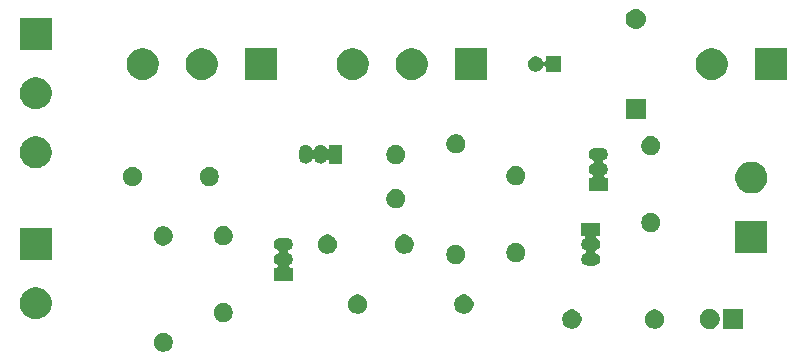
<source format=gbs>
G04 #@! TF.GenerationSoftware,KiCad,Pcbnew,(5.1.0-0)*
G04 #@! TF.CreationDate,2019-04-22T20:51:24-05:00*
G04 #@! TF.ProjectId,Brucester,42727563-6573-4746-9572-2e6b69636164,rev?*
G04 #@! TF.SameCoordinates,Original*
G04 #@! TF.FileFunction,Soldermask,Bot*
G04 #@! TF.FilePolarity,Negative*
%FSLAX46Y46*%
G04 Gerber Fmt 4.6, Leading zero omitted, Abs format (unit mm)*
G04 Created by KiCad (PCBNEW (5.1.0-0)) date 2019-04-22 20:51:24*
%MOMM*%
%LPD*%
G04 APERTURE LIST*
%ADD10C,0.100000*%
G04 APERTURE END LIST*
D10*
G36*
X146287085Y-105953435D02*
G01*
X146435004Y-106014705D01*
X146435005Y-106014706D01*
X146568130Y-106103657D01*
X146681343Y-106216870D01*
X146681344Y-106216872D01*
X146770295Y-106349996D01*
X146831565Y-106497915D01*
X146862800Y-106654945D01*
X146862800Y-106815055D01*
X146831565Y-106972085D01*
X146770295Y-107120004D01*
X146770294Y-107120005D01*
X146681343Y-107253130D01*
X146568130Y-107366343D01*
X146501115Y-107411121D01*
X146435004Y-107455295D01*
X146287085Y-107516565D01*
X146130055Y-107547800D01*
X145969945Y-107547800D01*
X145812915Y-107516565D01*
X145664996Y-107455295D01*
X145598885Y-107411121D01*
X145531870Y-107366343D01*
X145418657Y-107253130D01*
X145329706Y-107120005D01*
X145329705Y-107120004D01*
X145268435Y-106972085D01*
X145237200Y-106815055D01*
X145237200Y-106654945D01*
X145268435Y-106497915D01*
X145329705Y-106349996D01*
X145418656Y-106216872D01*
X145418657Y-106216870D01*
X145531870Y-106103657D01*
X145664995Y-106014706D01*
X145664996Y-106014705D01*
X145812915Y-105953435D01*
X145969945Y-105922200D01*
X146130055Y-105922200D01*
X146287085Y-105953435D01*
X146287085Y-105953435D01*
G37*
G36*
X195160800Y-105625800D02*
G01*
X193459200Y-105625800D01*
X193459200Y-103924200D01*
X195160800Y-103924200D01*
X195160800Y-105625800D01*
X195160800Y-105625800D01*
G37*
G36*
X192558169Y-103956895D02*
G01*
X192713005Y-104021031D01*
X192852354Y-104114140D01*
X192970860Y-104232646D01*
X193063969Y-104371995D01*
X193128105Y-104526831D01*
X193160800Y-104691203D01*
X193160800Y-104858797D01*
X193128105Y-105023169D01*
X193063969Y-105178005D01*
X192970860Y-105317354D01*
X192852354Y-105435860D01*
X192713005Y-105528969D01*
X192558169Y-105593105D01*
X192393797Y-105625800D01*
X192226203Y-105625800D01*
X192061831Y-105593105D01*
X191906995Y-105528969D01*
X191767646Y-105435860D01*
X191649140Y-105317354D01*
X191556031Y-105178005D01*
X191491895Y-105023169D01*
X191459200Y-104858797D01*
X191459200Y-104691203D01*
X191491895Y-104526831D01*
X191556031Y-104371995D01*
X191649140Y-104232646D01*
X191767646Y-104114140D01*
X191906995Y-104021031D01*
X192061831Y-103956895D01*
X192226203Y-103924200D01*
X192393797Y-103924200D01*
X192558169Y-103956895D01*
X192558169Y-103956895D01*
G37*
G36*
X187887085Y-103993435D02*
G01*
X188035004Y-104054705D01*
X188035005Y-104054706D01*
X188168130Y-104143657D01*
X188281343Y-104256870D01*
X188306857Y-104295054D01*
X188370295Y-104389996D01*
X188431565Y-104537915D01*
X188462800Y-104694945D01*
X188462800Y-104855055D01*
X188431565Y-105012085D01*
X188370295Y-105160004D01*
X188370294Y-105160005D01*
X188281343Y-105293130D01*
X188168130Y-105406343D01*
X188101115Y-105451121D01*
X188035004Y-105495295D01*
X187887085Y-105556565D01*
X187730055Y-105587800D01*
X187569945Y-105587800D01*
X187412915Y-105556565D01*
X187264996Y-105495295D01*
X187198885Y-105451121D01*
X187131870Y-105406343D01*
X187018657Y-105293130D01*
X186929706Y-105160005D01*
X186929705Y-105160004D01*
X186868435Y-105012085D01*
X186837200Y-104855055D01*
X186837200Y-104694945D01*
X186868435Y-104537915D01*
X186929705Y-104389996D01*
X186993143Y-104295054D01*
X187018657Y-104256870D01*
X187131870Y-104143657D01*
X187264995Y-104054706D01*
X187264996Y-104054705D01*
X187412915Y-103993435D01*
X187569945Y-103962200D01*
X187730055Y-103962200D01*
X187887085Y-103993435D01*
X187887085Y-103993435D01*
G37*
G36*
X180887085Y-103993435D02*
G01*
X181035004Y-104054705D01*
X181035005Y-104054706D01*
X181168130Y-104143657D01*
X181281343Y-104256870D01*
X181306857Y-104295054D01*
X181370295Y-104389996D01*
X181431565Y-104537915D01*
X181462800Y-104694945D01*
X181462800Y-104855055D01*
X181431565Y-105012085D01*
X181370295Y-105160004D01*
X181370294Y-105160005D01*
X181281343Y-105293130D01*
X181168130Y-105406343D01*
X181101115Y-105451121D01*
X181035004Y-105495295D01*
X180887085Y-105556565D01*
X180730055Y-105587800D01*
X180569945Y-105587800D01*
X180412915Y-105556565D01*
X180264996Y-105495295D01*
X180198885Y-105451121D01*
X180131870Y-105406343D01*
X180018657Y-105293130D01*
X179929706Y-105160005D01*
X179929705Y-105160004D01*
X179868435Y-105012085D01*
X179837200Y-104855055D01*
X179837200Y-104694945D01*
X179868435Y-104537915D01*
X179929705Y-104389996D01*
X179993143Y-104295054D01*
X180018657Y-104256870D01*
X180131870Y-104143657D01*
X180264995Y-104054706D01*
X180264996Y-104054705D01*
X180412915Y-103993435D01*
X180569945Y-103962200D01*
X180730055Y-103962200D01*
X180887085Y-103993435D01*
X180887085Y-103993435D01*
G37*
G36*
X151367085Y-103433435D02*
G01*
X151515004Y-103494705D01*
X151515005Y-103494706D01*
X151648130Y-103583657D01*
X151761343Y-103696870D01*
X151806121Y-103763885D01*
X151850295Y-103829996D01*
X151911565Y-103977915D01*
X151942800Y-104134945D01*
X151942800Y-104295055D01*
X151911565Y-104452085D01*
X151850295Y-104600004D01*
X151835555Y-104622064D01*
X151761343Y-104733130D01*
X151648130Y-104846343D01*
X151629491Y-104858797D01*
X151515004Y-104935295D01*
X151367085Y-104996565D01*
X151210055Y-105027800D01*
X151049945Y-105027800D01*
X150892915Y-104996565D01*
X150744996Y-104935295D01*
X150630509Y-104858797D01*
X150611870Y-104846343D01*
X150498657Y-104733130D01*
X150424445Y-104622064D01*
X150409705Y-104600004D01*
X150348435Y-104452085D01*
X150317200Y-104295055D01*
X150317200Y-104134945D01*
X150348435Y-103977915D01*
X150409705Y-103829996D01*
X150453879Y-103763885D01*
X150498657Y-103696870D01*
X150611870Y-103583657D01*
X150744995Y-103494706D01*
X150744996Y-103494705D01*
X150892915Y-103433435D01*
X151049945Y-103402200D01*
X151210055Y-103402200D01*
X151367085Y-103433435D01*
X151367085Y-103433435D01*
G37*
G36*
X135562023Y-102108807D02*
G01*
X135649014Y-102126110D01*
X135894844Y-102227937D01*
X136116085Y-102375765D01*
X136304235Y-102563915D01*
X136452063Y-102785156D01*
X136553890Y-103030986D01*
X136605800Y-103291958D01*
X136605800Y-103558042D01*
X136553890Y-103819014D01*
X136524484Y-103890005D01*
X136469343Y-104023128D01*
X136452063Y-104064844D01*
X136304235Y-104286085D01*
X136116085Y-104474235D01*
X135894844Y-104622063D01*
X135649014Y-104723890D01*
X135562023Y-104741193D01*
X135388044Y-104775800D01*
X135121956Y-104775800D01*
X134947977Y-104741193D01*
X134860986Y-104723890D01*
X134615156Y-104622063D01*
X134393915Y-104474235D01*
X134205765Y-104286085D01*
X134057937Y-104064844D01*
X134040658Y-104023128D01*
X133985516Y-103890005D01*
X133956110Y-103819014D01*
X133904200Y-103558042D01*
X133904200Y-103291958D01*
X133956110Y-103030986D01*
X134057937Y-102785156D01*
X134205765Y-102563915D01*
X134393915Y-102375765D01*
X134615156Y-102227937D01*
X134860986Y-102126110D01*
X134947977Y-102108807D01*
X135121956Y-102074200D01*
X135388044Y-102074200D01*
X135562023Y-102108807D01*
X135562023Y-102108807D01*
G37*
G36*
X171742085Y-102723435D02*
G01*
X171890004Y-102784705D01*
X171956115Y-102828879D01*
X172023130Y-102873657D01*
X172136343Y-102986870D01*
X172136344Y-102986872D01*
X172225295Y-103119996D01*
X172286565Y-103267915D01*
X172317800Y-103424945D01*
X172317800Y-103585055D01*
X172286565Y-103742085D01*
X172225295Y-103890004D01*
X172225294Y-103890005D01*
X172136343Y-104023130D01*
X172023130Y-104136343D01*
X171956115Y-104181121D01*
X171890004Y-104225295D01*
X171742085Y-104286565D01*
X171585055Y-104317800D01*
X171424945Y-104317800D01*
X171267915Y-104286565D01*
X171119996Y-104225295D01*
X171053885Y-104181121D01*
X170986870Y-104136343D01*
X170873657Y-104023130D01*
X170784706Y-103890005D01*
X170784705Y-103890004D01*
X170723435Y-103742085D01*
X170692200Y-103585055D01*
X170692200Y-103424945D01*
X170723435Y-103267915D01*
X170784705Y-103119996D01*
X170873656Y-102986872D01*
X170873657Y-102986870D01*
X170986870Y-102873657D01*
X171053885Y-102828879D01*
X171119996Y-102784705D01*
X171267915Y-102723435D01*
X171424945Y-102692200D01*
X171585055Y-102692200D01*
X171742085Y-102723435D01*
X171742085Y-102723435D01*
G37*
G36*
X162742085Y-102723435D02*
G01*
X162890004Y-102784705D01*
X162956115Y-102828879D01*
X163023130Y-102873657D01*
X163136343Y-102986870D01*
X163136344Y-102986872D01*
X163225295Y-103119996D01*
X163286565Y-103267915D01*
X163317800Y-103424945D01*
X163317800Y-103585055D01*
X163286565Y-103742085D01*
X163225295Y-103890004D01*
X163225294Y-103890005D01*
X163136343Y-104023130D01*
X163023130Y-104136343D01*
X162956115Y-104181121D01*
X162890004Y-104225295D01*
X162742085Y-104286565D01*
X162585055Y-104317800D01*
X162424945Y-104317800D01*
X162267915Y-104286565D01*
X162119996Y-104225295D01*
X162053885Y-104181121D01*
X161986870Y-104136343D01*
X161873657Y-104023130D01*
X161784706Y-103890005D01*
X161784705Y-103890004D01*
X161723435Y-103742085D01*
X161692200Y-103585055D01*
X161692200Y-103424945D01*
X161723435Y-103267915D01*
X161784705Y-103119996D01*
X161873656Y-102986872D01*
X161873657Y-102986870D01*
X161986870Y-102873657D01*
X162053885Y-102828879D01*
X162119996Y-102784705D01*
X162267915Y-102723435D01*
X162424945Y-102692200D01*
X162585055Y-102692200D01*
X162742085Y-102723435D01*
X162742085Y-102723435D01*
G37*
G36*
X156567976Y-97882170D02*
G01*
X156671802Y-97913665D01*
X156767489Y-97964811D01*
X156851359Y-98033641D01*
X156920189Y-98117511D01*
X156971335Y-98213198D01*
X157002830Y-98317024D01*
X157013465Y-98425000D01*
X157002830Y-98532976D01*
X156971335Y-98636802D01*
X156920189Y-98732489D01*
X156851359Y-98816359D01*
X156767489Y-98885189D01*
X156671802Y-98936335D01*
X156658450Y-98940385D01*
X156635814Y-98949761D01*
X156615440Y-98963375D01*
X156598113Y-98980702D01*
X156584499Y-99001077D01*
X156575122Y-99023716D01*
X156570342Y-99047749D01*
X156570342Y-99072253D01*
X156575123Y-99096286D01*
X156584500Y-99118925D01*
X156598114Y-99139299D01*
X156615441Y-99156626D01*
X156635816Y-99170240D01*
X156658450Y-99179615D01*
X156671802Y-99183665D01*
X156767489Y-99234811D01*
X156851359Y-99303641D01*
X156920189Y-99387511D01*
X156971335Y-99483198D01*
X157002830Y-99587024D01*
X157013465Y-99695000D01*
X157002830Y-99802976D01*
X156971335Y-99906802D01*
X156920189Y-100002489D01*
X156851359Y-100086359D01*
X156767489Y-100155189D01*
X156723003Y-100178967D01*
X156702637Y-100192576D01*
X156685310Y-100209903D01*
X156671696Y-100230277D01*
X156662319Y-100252916D01*
X156657539Y-100276950D01*
X156657539Y-100301454D01*
X156662320Y-100325487D01*
X156671697Y-100348126D01*
X156685311Y-100368500D01*
X156702638Y-100385827D01*
X156723012Y-100399441D01*
X156745651Y-100408818D01*
X156781936Y-100414200D01*
X157010800Y-100414200D01*
X157010800Y-101515800D01*
X155409200Y-101515800D01*
X155409200Y-100414200D01*
X155638064Y-100414200D01*
X155662450Y-100411798D01*
X155685899Y-100404685D01*
X155707510Y-100393134D01*
X155726452Y-100377589D01*
X155741997Y-100358647D01*
X155753548Y-100337036D01*
X155760661Y-100313587D01*
X155763063Y-100289201D01*
X155760661Y-100264815D01*
X155753548Y-100241366D01*
X155741997Y-100219755D01*
X155726452Y-100200813D01*
X155696994Y-100178966D01*
X155652511Y-100155189D01*
X155568641Y-100086359D01*
X155499811Y-100002489D01*
X155448665Y-99906802D01*
X155417170Y-99802976D01*
X155406535Y-99695000D01*
X155417170Y-99587024D01*
X155448665Y-99483198D01*
X155499811Y-99387511D01*
X155568641Y-99303641D01*
X155652511Y-99234811D01*
X155748198Y-99183665D01*
X155761550Y-99179615D01*
X155784186Y-99170239D01*
X155804560Y-99156625D01*
X155821887Y-99139298D01*
X155835501Y-99118923D01*
X155844878Y-99096284D01*
X155849658Y-99072251D01*
X155849658Y-99047747D01*
X155844877Y-99023714D01*
X155835500Y-99001075D01*
X155821886Y-98980701D01*
X155804559Y-98963374D01*
X155784184Y-98949760D01*
X155761550Y-98940385D01*
X155748198Y-98936335D01*
X155652511Y-98885189D01*
X155568641Y-98816359D01*
X155499811Y-98732489D01*
X155448665Y-98636802D01*
X155417170Y-98532976D01*
X155406535Y-98425000D01*
X155417170Y-98317024D01*
X155448665Y-98213198D01*
X155499811Y-98117511D01*
X155568641Y-98033641D01*
X155652511Y-97964811D01*
X155748198Y-97913665D01*
X155852024Y-97882170D01*
X155932943Y-97874200D01*
X156487057Y-97874200D01*
X156567976Y-97882170D01*
X156567976Y-97882170D01*
G37*
G36*
X183045800Y-97705800D02*
G01*
X182816936Y-97705800D01*
X182792550Y-97708202D01*
X182769101Y-97715315D01*
X182747490Y-97726866D01*
X182728548Y-97742411D01*
X182713003Y-97761353D01*
X182701452Y-97782964D01*
X182694339Y-97806413D01*
X182691937Y-97830799D01*
X182694339Y-97855185D01*
X182701452Y-97878634D01*
X182713003Y-97900245D01*
X182728548Y-97919187D01*
X182758006Y-97941034D01*
X182802489Y-97964811D01*
X182886359Y-98033641D01*
X182955189Y-98117511D01*
X183006335Y-98213198D01*
X183037830Y-98317024D01*
X183048465Y-98425000D01*
X183037830Y-98532976D01*
X183006335Y-98636802D01*
X182955189Y-98732489D01*
X182886359Y-98816359D01*
X182802489Y-98885189D01*
X182706802Y-98936335D01*
X182693450Y-98940385D01*
X182670814Y-98949761D01*
X182650440Y-98963375D01*
X182633113Y-98980702D01*
X182619499Y-99001077D01*
X182610122Y-99023716D01*
X182605342Y-99047749D01*
X182605342Y-99072253D01*
X182610123Y-99096286D01*
X182619500Y-99118925D01*
X182633114Y-99139299D01*
X182650441Y-99156626D01*
X182670816Y-99170240D01*
X182693450Y-99179615D01*
X182706802Y-99183665D01*
X182802489Y-99234811D01*
X182886359Y-99303641D01*
X182955189Y-99387511D01*
X183006335Y-99483198D01*
X183037830Y-99587024D01*
X183048465Y-99695000D01*
X183037830Y-99802976D01*
X183006335Y-99906802D01*
X182955189Y-100002489D01*
X182886359Y-100086359D01*
X182802489Y-100155189D01*
X182706802Y-100206335D01*
X182602976Y-100237830D01*
X182522057Y-100245800D01*
X181967943Y-100245800D01*
X181887024Y-100237830D01*
X181783198Y-100206335D01*
X181687511Y-100155189D01*
X181603641Y-100086359D01*
X181534811Y-100002489D01*
X181483665Y-99906802D01*
X181452170Y-99802976D01*
X181441535Y-99695000D01*
X181452170Y-99587024D01*
X181483665Y-99483198D01*
X181534811Y-99387511D01*
X181603641Y-99303641D01*
X181687511Y-99234811D01*
X181783198Y-99183665D01*
X181796550Y-99179615D01*
X181819186Y-99170239D01*
X181839560Y-99156625D01*
X181856887Y-99139298D01*
X181870501Y-99118923D01*
X181879878Y-99096284D01*
X181884658Y-99072251D01*
X181884658Y-99047747D01*
X181879877Y-99023714D01*
X181870500Y-99001075D01*
X181856886Y-98980701D01*
X181839559Y-98963374D01*
X181819184Y-98949760D01*
X181796550Y-98940385D01*
X181783198Y-98936335D01*
X181687511Y-98885189D01*
X181603641Y-98816359D01*
X181534811Y-98732489D01*
X181483665Y-98636802D01*
X181452170Y-98532976D01*
X181441535Y-98425000D01*
X181452170Y-98317024D01*
X181483665Y-98213198D01*
X181534811Y-98117511D01*
X181603641Y-98033641D01*
X181687511Y-97964811D01*
X181731997Y-97941033D01*
X181752363Y-97927424D01*
X181769690Y-97910097D01*
X181783304Y-97889723D01*
X181792681Y-97867084D01*
X181797461Y-97843050D01*
X181797461Y-97818546D01*
X181792680Y-97794513D01*
X181783303Y-97771874D01*
X181769689Y-97751500D01*
X181752362Y-97734173D01*
X181731988Y-97720559D01*
X181709349Y-97711182D01*
X181673064Y-97705800D01*
X181444200Y-97705800D01*
X181444200Y-96604200D01*
X183045800Y-96604200D01*
X183045800Y-97705800D01*
X183045800Y-97705800D01*
G37*
G36*
X171052085Y-98514435D02*
G01*
X171200004Y-98575705D01*
X171266115Y-98619879D01*
X171333130Y-98664657D01*
X171446343Y-98777870D01*
X171446344Y-98777872D01*
X171535295Y-98910996D01*
X171596565Y-99058915D01*
X171627800Y-99215945D01*
X171627800Y-99376055D01*
X171596565Y-99533085D01*
X171535295Y-99681004D01*
X171535294Y-99681005D01*
X171446343Y-99814130D01*
X171333130Y-99927343D01*
X171302514Y-99947800D01*
X171200004Y-100016295D01*
X171052085Y-100077565D01*
X170895055Y-100108800D01*
X170734945Y-100108800D01*
X170577915Y-100077565D01*
X170429996Y-100016295D01*
X170327486Y-99947800D01*
X170296870Y-99927343D01*
X170183657Y-99814130D01*
X170094706Y-99681005D01*
X170094705Y-99681004D01*
X170033435Y-99533085D01*
X170002200Y-99376055D01*
X170002200Y-99215945D01*
X170033435Y-99058915D01*
X170094705Y-98910996D01*
X170183656Y-98777872D01*
X170183657Y-98777870D01*
X170296870Y-98664657D01*
X170363885Y-98619879D01*
X170429996Y-98575705D01*
X170577915Y-98514435D01*
X170734945Y-98483200D01*
X170895055Y-98483200D01*
X171052085Y-98514435D01*
X171052085Y-98514435D01*
G37*
G36*
X176132085Y-98353435D02*
G01*
X176280004Y-98414705D01*
X176280005Y-98414706D01*
X176413130Y-98503657D01*
X176526343Y-98616870D01*
X176558272Y-98664656D01*
X176615295Y-98749996D01*
X176676565Y-98897915D01*
X176707800Y-99054945D01*
X176707800Y-99215055D01*
X176676565Y-99372085D01*
X176615295Y-99520004D01*
X176571121Y-99586115D01*
X176526343Y-99653130D01*
X176413130Y-99766343D01*
X176358311Y-99802972D01*
X176280004Y-99855295D01*
X176132085Y-99916565D01*
X175975055Y-99947800D01*
X175814945Y-99947800D01*
X175657915Y-99916565D01*
X175509996Y-99855295D01*
X175431689Y-99802972D01*
X175376870Y-99766343D01*
X175263657Y-99653130D01*
X175218879Y-99586115D01*
X175174705Y-99520004D01*
X175113435Y-99372085D01*
X175082200Y-99215055D01*
X175082200Y-99054945D01*
X175113435Y-98897915D01*
X175174705Y-98749996D01*
X175231728Y-98664656D01*
X175263657Y-98616870D01*
X175376870Y-98503657D01*
X175509995Y-98414706D01*
X175509996Y-98414705D01*
X175657915Y-98353435D01*
X175814945Y-98322200D01*
X175975055Y-98322200D01*
X176132085Y-98353435D01*
X176132085Y-98353435D01*
G37*
G36*
X136605800Y-99775800D02*
G01*
X133904200Y-99775800D01*
X133904200Y-97074200D01*
X136605800Y-97074200D01*
X136605800Y-99775800D01*
X136605800Y-99775800D01*
G37*
G36*
X160182085Y-97643435D02*
G01*
X160330004Y-97704705D01*
X160339697Y-97711182D01*
X160463130Y-97793657D01*
X160576343Y-97906870D01*
X160615058Y-97964811D01*
X160665295Y-98039996D01*
X160726565Y-98187915D01*
X160757800Y-98344945D01*
X160757800Y-98505055D01*
X160726565Y-98662085D01*
X160665295Y-98810004D01*
X160621121Y-98876115D01*
X160576343Y-98943130D01*
X160463130Y-99056343D01*
X160439322Y-99072251D01*
X160330004Y-99145295D01*
X160182085Y-99206565D01*
X160025055Y-99237800D01*
X159864945Y-99237800D01*
X159707915Y-99206565D01*
X159559996Y-99145295D01*
X159450678Y-99072251D01*
X159426870Y-99056343D01*
X159313657Y-98943130D01*
X159268879Y-98876115D01*
X159224705Y-98810004D01*
X159163435Y-98662085D01*
X159132200Y-98505055D01*
X159132200Y-98344945D01*
X159163435Y-98187915D01*
X159224705Y-98039996D01*
X159274942Y-97964811D01*
X159313657Y-97906870D01*
X159426870Y-97793657D01*
X159550303Y-97711182D01*
X159559996Y-97704705D01*
X159707915Y-97643435D01*
X159864945Y-97612200D01*
X160025055Y-97612200D01*
X160182085Y-97643435D01*
X160182085Y-97643435D01*
G37*
G36*
X166682085Y-97643435D02*
G01*
X166830004Y-97704705D01*
X166839697Y-97711182D01*
X166963130Y-97793657D01*
X167076343Y-97906870D01*
X167115058Y-97964811D01*
X167165295Y-98039996D01*
X167226565Y-98187915D01*
X167257800Y-98344945D01*
X167257800Y-98505055D01*
X167226565Y-98662085D01*
X167165295Y-98810004D01*
X167121121Y-98876115D01*
X167076343Y-98943130D01*
X166963130Y-99056343D01*
X166939322Y-99072251D01*
X166830004Y-99145295D01*
X166682085Y-99206565D01*
X166525055Y-99237800D01*
X166364945Y-99237800D01*
X166207915Y-99206565D01*
X166059996Y-99145295D01*
X165950678Y-99072251D01*
X165926870Y-99056343D01*
X165813657Y-98943130D01*
X165768879Y-98876115D01*
X165724705Y-98810004D01*
X165663435Y-98662085D01*
X165632200Y-98505055D01*
X165632200Y-98344945D01*
X165663435Y-98187915D01*
X165724705Y-98039996D01*
X165774942Y-97964811D01*
X165813657Y-97906870D01*
X165926870Y-97793657D01*
X166050303Y-97711182D01*
X166059996Y-97704705D01*
X166207915Y-97643435D01*
X166364945Y-97612200D01*
X166525055Y-97612200D01*
X166682085Y-97643435D01*
X166682085Y-97643435D01*
G37*
G36*
X197184800Y-99140800D02*
G01*
X194483200Y-99140800D01*
X194483200Y-96439200D01*
X197184800Y-96439200D01*
X197184800Y-99140800D01*
X197184800Y-99140800D01*
G37*
G36*
X146287085Y-96953435D02*
G01*
X146435004Y-97014705D01*
X146435005Y-97014706D01*
X146568130Y-97103657D01*
X146681343Y-97216870D01*
X146687673Y-97226344D01*
X146770295Y-97349996D01*
X146831565Y-97497915D01*
X146862800Y-97654945D01*
X146862800Y-97815055D01*
X146831565Y-97972085D01*
X146770295Y-98120004D01*
X146770294Y-98120005D01*
X146681343Y-98253130D01*
X146568130Y-98366343D01*
X146501115Y-98411121D01*
X146435004Y-98455295D01*
X146287085Y-98516565D01*
X146130055Y-98547800D01*
X145969945Y-98547800D01*
X145812915Y-98516565D01*
X145664996Y-98455295D01*
X145598885Y-98411121D01*
X145531870Y-98366343D01*
X145418657Y-98253130D01*
X145329706Y-98120005D01*
X145329705Y-98120004D01*
X145268435Y-97972085D01*
X145237200Y-97815055D01*
X145237200Y-97654945D01*
X145268435Y-97497915D01*
X145329705Y-97349996D01*
X145412327Y-97226344D01*
X145418657Y-97216870D01*
X145531870Y-97103657D01*
X145664995Y-97014706D01*
X145664996Y-97014705D01*
X145812915Y-96953435D01*
X145969945Y-96922200D01*
X146130055Y-96922200D01*
X146287085Y-96953435D01*
X146287085Y-96953435D01*
G37*
G36*
X151367085Y-96933435D02*
G01*
X151515004Y-96994705D01*
X151515005Y-96994706D01*
X151648130Y-97083657D01*
X151761343Y-97196870D01*
X151774708Y-97216872D01*
X151850295Y-97329996D01*
X151911565Y-97477915D01*
X151942800Y-97634945D01*
X151942800Y-97795055D01*
X151911565Y-97952085D01*
X151850295Y-98100004D01*
X151806121Y-98166115D01*
X151761343Y-98233130D01*
X151648130Y-98346343D01*
X151637516Y-98353435D01*
X151515004Y-98435295D01*
X151367085Y-98496565D01*
X151210055Y-98527800D01*
X151049945Y-98527800D01*
X150892915Y-98496565D01*
X150744996Y-98435295D01*
X150622484Y-98353435D01*
X150611870Y-98346343D01*
X150498657Y-98233130D01*
X150453879Y-98166115D01*
X150409705Y-98100004D01*
X150348435Y-97952085D01*
X150317200Y-97795055D01*
X150317200Y-97634945D01*
X150348435Y-97477915D01*
X150409705Y-97329996D01*
X150485292Y-97216872D01*
X150498657Y-97196870D01*
X150611870Y-97083657D01*
X150744995Y-96994706D01*
X150744996Y-96994705D01*
X150892915Y-96933435D01*
X151049945Y-96902200D01*
X151210055Y-96902200D01*
X151367085Y-96933435D01*
X151367085Y-96933435D01*
G37*
G36*
X187562085Y-95813435D02*
G01*
X187710004Y-95874705D01*
X187710005Y-95874706D01*
X187843130Y-95963657D01*
X187956343Y-96076870D01*
X187956344Y-96076872D01*
X188045295Y-96209996D01*
X188106565Y-96357915D01*
X188137800Y-96514945D01*
X188137800Y-96675055D01*
X188106565Y-96832085D01*
X188045295Y-96980004D01*
X188045294Y-96980005D01*
X187956343Y-97113130D01*
X187843130Y-97226343D01*
X187776115Y-97271121D01*
X187710004Y-97315295D01*
X187562085Y-97376565D01*
X187405055Y-97407800D01*
X187244945Y-97407800D01*
X187087915Y-97376565D01*
X186939996Y-97315295D01*
X186873885Y-97271121D01*
X186806870Y-97226343D01*
X186693657Y-97113130D01*
X186604706Y-96980005D01*
X186604705Y-96980004D01*
X186543435Y-96832085D01*
X186512200Y-96675055D01*
X186512200Y-96514945D01*
X186543435Y-96357915D01*
X186604705Y-96209996D01*
X186693656Y-96076872D01*
X186693657Y-96076870D01*
X186806870Y-95963657D01*
X186939995Y-95874706D01*
X186939996Y-95874705D01*
X187087915Y-95813435D01*
X187244945Y-95782200D01*
X187405055Y-95782200D01*
X187562085Y-95813435D01*
X187562085Y-95813435D01*
G37*
G36*
X165972085Y-93803435D02*
G01*
X166120004Y-93864705D01*
X166120005Y-93864706D01*
X166253130Y-93953657D01*
X166366343Y-94066870D01*
X166366344Y-94066872D01*
X166455295Y-94199996D01*
X166516565Y-94347915D01*
X166547800Y-94504945D01*
X166547800Y-94665055D01*
X166516565Y-94822085D01*
X166455295Y-94970004D01*
X166455294Y-94970005D01*
X166366343Y-95103130D01*
X166253130Y-95216343D01*
X166186115Y-95261121D01*
X166120004Y-95305295D01*
X165972085Y-95366565D01*
X165815055Y-95397800D01*
X165654945Y-95397800D01*
X165497915Y-95366565D01*
X165349996Y-95305295D01*
X165283885Y-95261121D01*
X165216870Y-95216343D01*
X165103657Y-95103130D01*
X165014706Y-94970005D01*
X165014705Y-94970004D01*
X164953435Y-94822085D01*
X164922200Y-94665055D01*
X164922200Y-94504945D01*
X164953435Y-94347915D01*
X165014705Y-94199996D01*
X165103656Y-94066872D01*
X165103657Y-94066870D01*
X165216870Y-93953657D01*
X165349995Y-93864706D01*
X165349996Y-93864705D01*
X165497915Y-93803435D01*
X165654945Y-93772200D01*
X165815055Y-93772200D01*
X165972085Y-93803435D01*
X165972085Y-93803435D01*
G37*
G36*
X196103501Y-91466343D02*
G01*
X196228014Y-91491110D01*
X196473844Y-91592937D01*
X196695085Y-91740765D01*
X196883235Y-91928915D01*
X196983288Y-92078656D01*
X197031064Y-92150158D01*
X197060887Y-92222157D01*
X197103485Y-92324996D01*
X197132890Y-92395987D01*
X197184799Y-92656950D01*
X197184800Y-92656958D01*
X197184800Y-92923042D01*
X197132890Y-93184014D01*
X197067722Y-93341343D01*
X197036564Y-93416565D01*
X197031063Y-93429844D01*
X196883235Y-93651085D01*
X196695085Y-93839235D01*
X196473844Y-93987063D01*
X196228014Y-94088890D01*
X196141023Y-94106193D01*
X195967044Y-94140800D01*
X195700956Y-94140800D01*
X195526977Y-94106193D01*
X195439986Y-94088890D01*
X195194156Y-93987063D01*
X194972915Y-93839235D01*
X194784765Y-93651085D01*
X194636937Y-93429844D01*
X194631437Y-93416565D01*
X194600278Y-93341343D01*
X194535110Y-93184014D01*
X194483200Y-92923042D01*
X194483200Y-92656958D01*
X194483202Y-92656950D01*
X194535110Y-92395987D01*
X194564516Y-92324996D01*
X194607113Y-92222157D01*
X194636936Y-92150158D01*
X194684712Y-92078656D01*
X194784765Y-91928915D01*
X194972915Y-91740765D01*
X195194156Y-91592937D01*
X195439986Y-91491110D01*
X195564499Y-91466343D01*
X195700956Y-91439200D01*
X195967044Y-91439200D01*
X196103501Y-91466343D01*
X196103501Y-91466343D01*
G37*
G36*
X183237976Y-90262170D02*
G01*
X183341802Y-90293665D01*
X183437489Y-90344811D01*
X183521359Y-90413641D01*
X183590189Y-90497511D01*
X183641335Y-90593198D01*
X183672830Y-90697024D01*
X183683465Y-90805000D01*
X183672830Y-90912976D01*
X183641335Y-91016802D01*
X183590189Y-91112489D01*
X183521359Y-91196359D01*
X183437489Y-91265189D01*
X183341802Y-91316335D01*
X183328450Y-91320385D01*
X183305814Y-91329761D01*
X183285440Y-91343375D01*
X183268113Y-91360702D01*
X183254499Y-91381077D01*
X183245122Y-91403716D01*
X183240342Y-91427749D01*
X183240342Y-91452253D01*
X183245123Y-91476286D01*
X183254500Y-91498925D01*
X183268114Y-91519299D01*
X183285441Y-91536626D01*
X183305816Y-91550240D01*
X183328450Y-91559615D01*
X183341802Y-91563665D01*
X183437489Y-91614811D01*
X183521359Y-91683641D01*
X183590189Y-91767511D01*
X183641335Y-91863198D01*
X183672830Y-91967024D01*
X183683465Y-92075000D01*
X183672830Y-92182976D01*
X183641335Y-92286802D01*
X183590189Y-92382489D01*
X183521359Y-92466359D01*
X183437489Y-92535189D01*
X183393003Y-92558967D01*
X183372637Y-92572576D01*
X183355310Y-92589903D01*
X183341696Y-92610277D01*
X183332319Y-92632916D01*
X183327539Y-92656950D01*
X183327539Y-92681454D01*
X183332320Y-92705487D01*
X183341697Y-92728126D01*
X183355311Y-92748500D01*
X183372638Y-92765827D01*
X183393012Y-92779441D01*
X183415651Y-92788818D01*
X183451936Y-92794200D01*
X183680800Y-92794200D01*
X183680800Y-93895800D01*
X182079200Y-93895800D01*
X182079200Y-92794200D01*
X182308064Y-92794200D01*
X182332450Y-92791798D01*
X182355899Y-92784685D01*
X182377510Y-92773134D01*
X182396452Y-92757589D01*
X182411997Y-92738647D01*
X182423548Y-92717036D01*
X182430661Y-92693587D01*
X182433063Y-92669201D01*
X182430661Y-92644815D01*
X182423548Y-92621366D01*
X182411997Y-92599755D01*
X182396452Y-92580813D01*
X182366994Y-92558966D01*
X182322511Y-92535189D01*
X182238641Y-92466359D01*
X182169811Y-92382489D01*
X182118665Y-92286802D01*
X182087170Y-92182976D01*
X182076535Y-92075000D01*
X182087170Y-91967024D01*
X182118665Y-91863198D01*
X182169811Y-91767511D01*
X182238641Y-91683641D01*
X182322511Y-91614811D01*
X182418198Y-91563665D01*
X182431550Y-91559615D01*
X182454186Y-91550239D01*
X182474560Y-91536625D01*
X182491887Y-91519298D01*
X182505501Y-91498923D01*
X182514878Y-91476284D01*
X182519658Y-91452251D01*
X182519658Y-91427747D01*
X182514877Y-91403714D01*
X182505500Y-91381075D01*
X182491886Y-91360701D01*
X182474559Y-91343374D01*
X182454184Y-91329760D01*
X182431550Y-91320385D01*
X182418198Y-91316335D01*
X182322511Y-91265189D01*
X182238641Y-91196359D01*
X182169811Y-91112489D01*
X182118665Y-91016802D01*
X182087170Y-90912976D01*
X182076535Y-90805000D01*
X182087170Y-90697024D01*
X182118665Y-90593198D01*
X182169811Y-90497511D01*
X182238641Y-90413641D01*
X182322511Y-90344811D01*
X182418198Y-90293665D01*
X182522024Y-90262170D01*
X182602943Y-90254200D01*
X183157057Y-90254200D01*
X183237976Y-90262170D01*
X183237976Y-90262170D01*
G37*
G36*
X143672085Y-91928435D02*
G01*
X143820004Y-91989705D01*
X143886115Y-92033879D01*
X143953130Y-92078657D01*
X144066343Y-92191870D01*
X144066344Y-92191872D01*
X144155295Y-92324996D01*
X144216565Y-92472915D01*
X144247800Y-92629945D01*
X144247800Y-92790055D01*
X144216565Y-92947085D01*
X144155295Y-93095004D01*
X144155294Y-93095005D01*
X144066343Y-93228130D01*
X143953130Y-93341343D01*
X143932249Y-93355295D01*
X143820004Y-93430295D01*
X143672085Y-93491565D01*
X143515055Y-93522800D01*
X143354945Y-93522800D01*
X143197915Y-93491565D01*
X143049996Y-93430295D01*
X142937751Y-93355295D01*
X142916870Y-93341343D01*
X142803657Y-93228130D01*
X142714706Y-93095005D01*
X142714705Y-93095004D01*
X142653435Y-92947085D01*
X142622200Y-92790055D01*
X142622200Y-92629945D01*
X142653435Y-92472915D01*
X142714705Y-92324996D01*
X142803656Y-92191872D01*
X142803657Y-92191870D01*
X142916870Y-92078657D01*
X142983885Y-92033879D01*
X143049996Y-91989705D01*
X143197915Y-91928435D01*
X143354945Y-91897200D01*
X143515055Y-91897200D01*
X143672085Y-91928435D01*
X143672085Y-91928435D01*
G37*
G36*
X150172085Y-91928435D02*
G01*
X150320004Y-91989705D01*
X150386115Y-92033879D01*
X150453130Y-92078657D01*
X150566343Y-92191870D01*
X150566344Y-92191872D01*
X150655295Y-92324996D01*
X150716565Y-92472915D01*
X150747800Y-92629945D01*
X150747800Y-92790055D01*
X150716565Y-92947085D01*
X150655295Y-93095004D01*
X150655294Y-93095005D01*
X150566343Y-93228130D01*
X150453130Y-93341343D01*
X150432249Y-93355295D01*
X150320004Y-93430295D01*
X150172085Y-93491565D01*
X150015055Y-93522800D01*
X149854945Y-93522800D01*
X149697915Y-93491565D01*
X149549996Y-93430295D01*
X149437751Y-93355295D01*
X149416870Y-93341343D01*
X149303657Y-93228130D01*
X149214706Y-93095005D01*
X149214705Y-93095004D01*
X149153435Y-92947085D01*
X149122200Y-92790055D01*
X149122200Y-92629945D01*
X149153435Y-92472915D01*
X149214705Y-92324996D01*
X149303656Y-92191872D01*
X149303657Y-92191870D01*
X149416870Y-92078657D01*
X149483885Y-92033879D01*
X149549996Y-91989705D01*
X149697915Y-91928435D01*
X149854945Y-91897200D01*
X150015055Y-91897200D01*
X150172085Y-91928435D01*
X150172085Y-91928435D01*
G37*
G36*
X176132085Y-91853435D02*
G01*
X176280004Y-91914705D01*
X176301272Y-91928916D01*
X176413130Y-92003657D01*
X176526343Y-92116870D01*
X176526344Y-92116872D01*
X176615295Y-92249996D01*
X176676565Y-92397915D01*
X176707800Y-92554945D01*
X176707800Y-92715055D01*
X176676565Y-92872085D01*
X176615295Y-93020004D01*
X176615294Y-93020005D01*
X176526343Y-93153130D01*
X176413130Y-93266343D01*
X176346115Y-93311121D01*
X176280004Y-93355295D01*
X176132085Y-93416565D01*
X175975055Y-93447800D01*
X175814945Y-93447800D01*
X175657915Y-93416565D01*
X175509996Y-93355295D01*
X175443885Y-93311121D01*
X175376870Y-93266343D01*
X175263657Y-93153130D01*
X175174706Y-93020005D01*
X175174705Y-93020004D01*
X175113435Y-92872085D01*
X175082200Y-92715055D01*
X175082200Y-92554945D01*
X175113435Y-92397915D01*
X175174705Y-92249996D01*
X175263656Y-92116872D01*
X175263657Y-92116870D01*
X175376870Y-92003657D01*
X175488728Y-91928916D01*
X175509996Y-91914705D01*
X175657915Y-91853435D01*
X175814945Y-91822200D01*
X175975055Y-91822200D01*
X176132085Y-91853435D01*
X176132085Y-91853435D01*
G37*
G36*
X135562023Y-89328807D02*
G01*
X135649014Y-89346110D01*
X135894844Y-89447937D01*
X136116085Y-89595765D01*
X136304235Y-89783915D01*
X136452063Y-90005156D01*
X136553890Y-90250986D01*
X136566995Y-90316870D01*
X136605800Y-90511956D01*
X136605800Y-90778044D01*
X136598390Y-90815295D01*
X136558308Y-91016805D01*
X136553890Y-91039013D01*
X136460205Y-91265189D01*
X136452063Y-91284844D01*
X136304235Y-91506085D01*
X136116085Y-91694235D01*
X135894844Y-91842063D01*
X135649014Y-91943890D01*
X135562023Y-91961193D01*
X135388044Y-91995800D01*
X135121956Y-91995800D01*
X134947977Y-91961193D01*
X134860986Y-91943890D01*
X134615156Y-91842063D01*
X134393915Y-91694235D01*
X134205765Y-91506085D01*
X134057937Y-91284844D01*
X134049796Y-91265189D01*
X133956110Y-91039013D01*
X133951693Y-91016805D01*
X133911610Y-90815295D01*
X133904200Y-90778044D01*
X133904200Y-90511956D01*
X133943005Y-90316870D01*
X133956110Y-90250986D01*
X134057937Y-90005156D01*
X134205765Y-89783915D01*
X134393915Y-89595765D01*
X134615156Y-89447937D01*
X134860986Y-89346110D01*
X134947977Y-89328807D01*
X135121956Y-89294200D01*
X135388044Y-89294200D01*
X135562023Y-89328807D01*
X135562023Y-89328807D01*
G37*
G36*
X165972085Y-90053435D02*
G01*
X166120004Y-90114705D01*
X166120005Y-90114706D01*
X166253130Y-90203657D01*
X166366343Y-90316870D01*
X166390270Y-90352680D01*
X166455295Y-90449996D01*
X166516565Y-90597915D01*
X166547800Y-90754945D01*
X166547800Y-90915055D01*
X166516565Y-91072085D01*
X166455295Y-91220004D01*
X166433958Y-91251937D01*
X166366343Y-91353130D01*
X166253130Y-91466343D01*
X166238252Y-91476284D01*
X166120004Y-91555295D01*
X165972085Y-91616565D01*
X165815055Y-91647800D01*
X165654945Y-91647800D01*
X165497915Y-91616565D01*
X165349996Y-91555295D01*
X165231748Y-91476284D01*
X165216870Y-91466343D01*
X165103657Y-91353130D01*
X165036042Y-91251937D01*
X165014705Y-91220004D01*
X164953435Y-91072085D01*
X164922200Y-90915055D01*
X164922200Y-90754945D01*
X164953435Y-90597915D01*
X165014705Y-90449996D01*
X165079730Y-90352680D01*
X165103657Y-90316870D01*
X165216870Y-90203657D01*
X165349995Y-90114706D01*
X165349996Y-90114705D01*
X165497915Y-90053435D01*
X165654945Y-90022200D01*
X165815055Y-90022200D01*
X165972085Y-90053435D01*
X165972085Y-90053435D01*
G37*
G36*
X159492975Y-90012170D02*
G01*
X159596801Y-90043665D01*
X159692489Y-90094811D01*
X159776359Y-90163641D01*
X159845189Y-90247511D01*
X159868967Y-90291997D01*
X159882576Y-90312363D01*
X159899903Y-90329690D01*
X159920277Y-90343304D01*
X159942916Y-90352681D01*
X159966950Y-90357461D01*
X159991454Y-90357461D01*
X160015487Y-90352680D01*
X160038126Y-90343303D01*
X160058500Y-90329689D01*
X160075827Y-90312362D01*
X160089441Y-90291988D01*
X160098818Y-90269349D01*
X160104200Y-90233064D01*
X160104200Y-90004200D01*
X161205800Y-90004200D01*
X161205800Y-91605800D01*
X160104200Y-91605800D01*
X160104200Y-91376936D01*
X160101798Y-91352550D01*
X160094685Y-91329101D01*
X160083134Y-91307490D01*
X160067589Y-91288548D01*
X160048647Y-91273003D01*
X160027036Y-91261452D01*
X160003587Y-91254339D01*
X159979201Y-91251937D01*
X159954815Y-91254339D01*
X159931366Y-91261452D01*
X159909755Y-91273003D01*
X159890813Y-91288548D01*
X159868966Y-91318006D01*
X159845189Y-91362489D01*
X159776359Y-91446359D01*
X159692489Y-91515189D01*
X159596802Y-91566335D01*
X159492976Y-91597830D01*
X159385000Y-91608465D01*
X159277025Y-91597830D01*
X159173199Y-91566335D01*
X159077512Y-91515189D01*
X158993642Y-91446359D01*
X158924812Y-91362489D01*
X158895414Y-91307490D01*
X158873665Y-91266801D01*
X158869616Y-91253453D01*
X158860239Y-91230814D01*
X158846625Y-91210440D01*
X158829298Y-91193113D01*
X158808923Y-91179499D01*
X158786284Y-91170122D01*
X158762251Y-91165342D01*
X158737747Y-91165342D01*
X158713714Y-91170123D01*
X158691075Y-91179500D01*
X158670701Y-91193114D01*
X158653374Y-91210441D01*
X158639760Y-91230816D01*
X158630385Y-91253450D01*
X158626335Y-91266802D01*
X158575189Y-91362489D01*
X158506359Y-91446359D01*
X158422489Y-91515189D01*
X158326802Y-91566335D01*
X158222976Y-91597830D01*
X158115000Y-91608465D01*
X158007025Y-91597830D01*
X157903199Y-91566335D01*
X157807512Y-91515189D01*
X157723642Y-91446359D01*
X157654812Y-91362489D01*
X157603666Y-91266802D01*
X157572170Y-91162976D01*
X157564200Y-91082057D01*
X157564200Y-90527944D01*
X157572170Y-90447025D01*
X157603665Y-90343199D01*
X157654811Y-90247511D01*
X157723641Y-90163641D01*
X157807511Y-90094811D01*
X157903198Y-90043665D01*
X158007024Y-90012170D01*
X158115000Y-90001535D01*
X158222975Y-90012170D01*
X158326801Y-90043665D01*
X158422489Y-90094811D01*
X158506359Y-90163641D01*
X158575189Y-90247511D01*
X158626335Y-90343198D01*
X158630388Y-90356559D01*
X158639761Y-90379186D01*
X158653374Y-90399560D01*
X158670701Y-90416887D01*
X158691075Y-90430501D01*
X158713714Y-90439878D01*
X158737747Y-90444659D01*
X158762252Y-90444659D01*
X158786285Y-90439879D01*
X158808924Y-90430501D01*
X158829298Y-90416888D01*
X158846625Y-90399561D01*
X158860239Y-90379187D01*
X158869616Y-90356548D01*
X158873634Y-90343303D01*
X158873665Y-90343199D01*
X158924811Y-90247511D01*
X158993641Y-90163641D01*
X159077511Y-90094811D01*
X159173198Y-90043665D01*
X159277024Y-90012170D01*
X159385000Y-90001535D01*
X159492975Y-90012170D01*
X159492975Y-90012170D01*
G37*
G36*
X187562085Y-89313435D02*
G01*
X187710004Y-89374705D01*
X187776115Y-89418879D01*
X187843130Y-89463657D01*
X187956343Y-89576870D01*
X187956344Y-89576872D01*
X188045295Y-89709996D01*
X188106565Y-89857915D01*
X188137800Y-90014945D01*
X188137800Y-90175055D01*
X188106565Y-90332085D01*
X188045295Y-90480004D01*
X188045294Y-90480005D01*
X187956343Y-90613130D01*
X187843130Y-90726343D01*
X187812514Y-90746800D01*
X187710004Y-90815295D01*
X187562085Y-90876565D01*
X187405055Y-90907800D01*
X187244945Y-90907800D01*
X187087915Y-90876565D01*
X186939996Y-90815295D01*
X186837486Y-90746800D01*
X186806870Y-90726343D01*
X186693657Y-90613130D01*
X186604706Y-90480005D01*
X186604705Y-90480004D01*
X186543435Y-90332085D01*
X186512200Y-90175055D01*
X186512200Y-90014945D01*
X186543435Y-89857915D01*
X186604705Y-89709996D01*
X186693656Y-89576872D01*
X186693657Y-89576870D01*
X186806870Y-89463657D01*
X186873885Y-89418879D01*
X186939996Y-89374705D01*
X187087915Y-89313435D01*
X187244945Y-89282200D01*
X187405055Y-89282200D01*
X187562085Y-89313435D01*
X187562085Y-89313435D01*
G37*
G36*
X171052085Y-89152435D02*
G01*
X171200004Y-89213705D01*
X171200005Y-89213706D01*
X171333130Y-89302657D01*
X171446343Y-89415870D01*
X171446344Y-89415872D01*
X171535295Y-89548996D01*
X171596565Y-89696915D01*
X171627800Y-89853945D01*
X171627800Y-90014055D01*
X171596565Y-90171085D01*
X171535295Y-90319004D01*
X171510209Y-90356547D01*
X171446343Y-90452130D01*
X171333130Y-90565343D01*
X171291446Y-90593195D01*
X171200004Y-90654295D01*
X171052085Y-90715565D01*
X170895055Y-90746800D01*
X170734945Y-90746800D01*
X170577915Y-90715565D01*
X170429996Y-90654295D01*
X170338554Y-90593195D01*
X170296870Y-90565343D01*
X170183657Y-90452130D01*
X170119791Y-90356547D01*
X170094705Y-90319004D01*
X170033435Y-90171085D01*
X170002200Y-90014055D01*
X170002200Y-89853945D01*
X170033435Y-89696915D01*
X170094705Y-89548996D01*
X170183656Y-89415872D01*
X170183657Y-89415870D01*
X170296870Y-89302657D01*
X170429995Y-89213706D01*
X170429996Y-89213705D01*
X170577915Y-89152435D01*
X170734945Y-89121200D01*
X170895055Y-89121200D01*
X171052085Y-89152435D01*
X171052085Y-89152435D01*
G37*
G36*
X186905800Y-87845800D02*
G01*
X185204200Y-87845800D01*
X185204200Y-86144200D01*
X186905800Y-86144200D01*
X186905800Y-87845800D01*
X186905800Y-87845800D01*
G37*
G36*
X135562023Y-84328807D02*
G01*
X135649014Y-84346110D01*
X135894844Y-84447937D01*
X136116085Y-84595765D01*
X136304235Y-84783915D01*
X136452063Y-85005156D01*
X136553890Y-85250986D01*
X136605800Y-85511958D01*
X136605800Y-85778042D01*
X136553890Y-86039014D01*
X136452063Y-86284844D01*
X136304235Y-86506085D01*
X136116085Y-86694235D01*
X135894844Y-86842063D01*
X135649014Y-86943890D01*
X135562023Y-86961193D01*
X135388044Y-86995800D01*
X135121956Y-86995800D01*
X134947977Y-86961193D01*
X134860986Y-86943890D01*
X134615156Y-86842063D01*
X134393915Y-86694235D01*
X134205765Y-86506085D01*
X134057937Y-86284844D01*
X133956110Y-86039014D01*
X133904200Y-85778042D01*
X133904200Y-85511958D01*
X133956110Y-85250986D01*
X134057937Y-85005156D01*
X134205765Y-84783915D01*
X134393915Y-84595765D01*
X134615156Y-84447937D01*
X134860986Y-84346110D01*
X134947977Y-84328807D01*
X135121956Y-84294200D01*
X135388044Y-84294200D01*
X135562023Y-84328807D01*
X135562023Y-84328807D01*
G37*
G36*
X198835800Y-84535800D02*
G01*
X196134200Y-84535800D01*
X196134200Y-81834200D01*
X198835800Y-81834200D01*
X198835800Y-84535800D01*
X198835800Y-84535800D01*
G37*
G36*
X192792023Y-81868807D02*
G01*
X192879014Y-81886110D01*
X193124844Y-81987937D01*
X193346085Y-82135765D01*
X193534235Y-82323915D01*
X193674742Y-82534200D01*
X193682064Y-82545158D01*
X193711887Y-82617157D01*
X193775255Y-82770139D01*
X193783890Y-82790987D01*
X193835800Y-83051956D01*
X193835800Y-83318044D01*
X193824504Y-83374831D01*
X193783890Y-83579014D01*
X193711887Y-83752843D01*
X193687885Y-83810790D01*
X193682063Y-83824844D01*
X193534235Y-84046085D01*
X193346085Y-84234235D01*
X193124844Y-84382063D01*
X192879014Y-84483890D01*
X192792023Y-84501193D01*
X192618044Y-84535800D01*
X192351956Y-84535800D01*
X192177977Y-84501193D01*
X192090986Y-84483890D01*
X191845156Y-84382063D01*
X191623915Y-84234235D01*
X191435765Y-84046085D01*
X191287937Y-83824844D01*
X191282116Y-83810790D01*
X191258113Y-83752843D01*
X191186110Y-83579014D01*
X191145496Y-83374831D01*
X191134200Y-83318044D01*
X191134200Y-83051956D01*
X191186110Y-82790987D01*
X191194746Y-82770139D01*
X191258113Y-82617157D01*
X191287936Y-82545158D01*
X191295258Y-82534200D01*
X191435765Y-82323915D01*
X191623915Y-82135765D01*
X191845156Y-81987937D01*
X192090986Y-81886110D01*
X192177977Y-81868807D01*
X192351956Y-81834200D01*
X192618044Y-81834200D01*
X192792023Y-81868807D01*
X192792023Y-81868807D01*
G37*
G36*
X162392023Y-81868807D02*
G01*
X162479014Y-81886110D01*
X162724844Y-81987937D01*
X162946085Y-82135765D01*
X163134235Y-82323915D01*
X163274742Y-82534200D01*
X163282064Y-82545158D01*
X163311887Y-82617157D01*
X163375255Y-82770139D01*
X163383890Y-82790987D01*
X163435800Y-83051956D01*
X163435800Y-83318044D01*
X163424504Y-83374831D01*
X163383890Y-83579014D01*
X163311887Y-83752843D01*
X163287885Y-83810790D01*
X163282063Y-83824844D01*
X163134235Y-84046085D01*
X162946085Y-84234235D01*
X162724844Y-84382063D01*
X162479014Y-84483890D01*
X162392023Y-84501193D01*
X162218044Y-84535800D01*
X161951956Y-84535800D01*
X161777977Y-84501193D01*
X161690986Y-84483890D01*
X161445156Y-84382063D01*
X161223915Y-84234235D01*
X161035765Y-84046085D01*
X160887937Y-83824844D01*
X160882116Y-83810790D01*
X160858113Y-83752843D01*
X160786110Y-83579014D01*
X160745496Y-83374831D01*
X160734200Y-83318044D01*
X160734200Y-83051956D01*
X160786110Y-82790987D01*
X160794746Y-82770139D01*
X160858113Y-82617157D01*
X160887936Y-82545158D01*
X160895258Y-82534200D01*
X161035765Y-82323915D01*
X161223915Y-82135765D01*
X161445156Y-81987937D01*
X161690986Y-81886110D01*
X161777977Y-81868807D01*
X161951956Y-81834200D01*
X162218044Y-81834200D01*
X162392023Y-81868807D01*
X162392023Y-81868807D01*
G37*
G36*
X173435800Y-84535800D02*
G01*
X170734200Y-84535800D01*
X170734200Y-81834200D01*
X173435800Y-81834200D01*
X173435800Y-84535800D01*
X173435800Y-84535800D01*
G37*
G36*
X167392023Y-81868807D02*
G01*
X167479014Y-81886110D01*
X167724844Y-81987937D01*
X167946085Y-82135765D01*
X168134235Y-82323915D01*
X168274742Y-82534200D01*
X168282064Y-82545158D01*
X168311887Y-82617157D01*
X168375255Y-82770139D01*
X168383890Y-82790987D01*
X168435800Y-83051956D01*
X168435800Y-83318044D01*
X168424504Y-83374831D01*
X168383890Y-83579014D01*
X168311887Y-83752843D01*
X168287885Y-83810790D01*
X168282063Y-83824844D01*
X168134235Y-84046085D01*
X167946085Y-84234235D01*
X167724844Y-84382063D01*
X167479014Y-84483890D01*
X167392023Y-84501193D01*
X167218044Y-84535800D01*
X166951956Y-84535800D01*
X166777977Y-84501193D01*
X166690986Y-84483890D01*
X166445156Y-84382063D01*
X166223915Y-84234235D01*
X166035765Y-84046085D01*
X165887937Y-83824844D01*
X165882116Y-83810790D01*
X165858113Y-83752843D01*
X165786110Y-83579014D01*
X165745496Y-83374831D01*
X165734200Y-83318044D01*
X165734200Y-83051956D01*
X165786110Y-82790987D01*
X165794746Y-82770139D01*
X165858113Y-82617157D01*
X165887936Y-82545158D01*
X165895258Y-82534200D01*
X166035765Y-82323915D01*
X166223915Y-82135765D01*
X166445156Y-81987937D01*
X166690986Y-81886110D01*
X166777977Y-81868807D01*
X166951956Y-81834200D01*
X167218044Y-81834200D01*
X167392023Y-81868807D01*
X167392023Y-81868807D01*
G37*
G36*
X155655800Y-84535800D02*
G01*
X152954200Y-84535800D01*
X152954200Y-81834200D01*
X155655800Y-81834200D01*
X155655800Y-84535800D01*
X155655800Y-84535800D01*
G37*
G36*
X149612023Y-81868807D02*
G01*
X149699014Y-81886110D01*
X149944844Y-81987937D01*
X150166085Y-82135765D01*
X150354235Y-82323915D01*
X150494742Y-82534200D01*
X150502064Y-82545158D01*
X150531887Y-82617157D01*
X150595255Y-82770139D01*
X150603890Y-82790987D01*
X150655800Y-83051956D01*
X150655800Y-83318044D01*
X150644504Y-83374831D01*
X150603890Y-83579014D01*
X150531887Y-83752843D01*
X150507885Y-83810790D01*
X150502063Y-83824844D01*
X150354235Y-84046085D01*
X150166085Y-84234235D01*
X149944844Y-84382063D01*
X149699014Y-84483890D01*
X149612023Y-84501193D01*
X149438044Y-84535800D01*
X149171956Y-84535800D01*
X148997977Y-84501193D01*
X148910986Y-84483890D01*
X148665156Y-84382063D01*
X148443915Y-84234235D01*
X148255765Y-84046085D01*
X148107937Y-83824844D01*
X148102116Y-83810790D01*
X148078113Y-83752843D01*
X148006110Y-83579014D01*
X147965496Y-83374831D01*
X147954200Y-83318044D01*
X147954200Y-83051956D01*
X148006110Y-82790987D01*
X148014746Y-82770139D01*
X148078113Y-82617157D01*
X148107936Y-82545158D01*
X148115258Y-82534200D01*
X148255765Y-82323915D01*
X148443915Y-82135765D01*
X148665156Y-81987937D01*
X148910986Y-81886110D01*
X148997977Y-81868807D01*
X149171956Y-81834200D01*
X149438044Y-81834200D01*
X149612023Y-81868807D01*
X149612023Y-81868807D01*
G37*
G36*
X144612023Y-81868807D02*
G01*
X144699014Y-81886110D01*
X144944844Y-81987937D01*
X145166085Y-82135765D01*
X145354235Y-82323915D01*
X145494742Y-82534200D01*
X145502064Y-82545158D01*
X145531887Y-82617157D01*
X145595255Y-82770139D01*
X145603890Y-82790987D01*
X145655800Y-83051956D01*
X145655800Y-83318044D01*
X145644504Y-83374831D01*
X145603890Y-83579014D01*
X145531887Y-83752843D01*
X145507885Y-83810790D01*
X145502063Y-83824844D01*
X145354235Y-84046085D01*
X145166085Y-84234235D01*
X144944844Y-84382063D01*
X144699014Y-84483890D01*
X144612023Y-84501193D01*
X144438044Y-84535800D01*
X144171956Y-84535800D01*
X143997977Y-84501193D01*
X143910986Y-84483890D01*
X143665156Y-84382063D01*
X143443915Y-84234235D01*
X143255765Y-84046085D01*
X143107937Y-83824844D01*
X143102116Y-83810790D01*
X143078113Y-83752843D01*
X143006110Y-83579014D01*
X142965496Y-83374831D01*
X142954200Y-83318044D01*
X142954200Y-83051956D01*
X143006110Y-82790987D01*
X143014746Y-82770139D01*
X143078113Y-82617157D01*
X143107936Y-82545158D01*
X143115258Y-82534200D01*
X143255765Y-82323915D01*
X143443915Y-82135765D01*
X143665156Y-81987937D01*
X143910986Y-81886110D01*
X143997977Y-81868807D01*
X144171956Y-81834200D01*
X144438044Y-81834200D01*
X144612023Y-81868807D01*
X144612023Y-81868807D01*
G37*
G36*
X177759830Y-82559209D02*
G01*
X177878271Y-82608269D01*
X177984858Y-82679488D01*
X178075512Y-82770142D01*
X178146731Y-82876729D01*
X178178717Y-82953950D01*
X178190268Y-82975561D01*
X178205813Y-82994503D01*
X178224755Y-83010048D01*
X178246366Y-83021599D01*
X178269815Y-83028712D01*
X178294201Y-83031114D01*
X178318587Y-83028712D01*
X178342036Y-83021599D01*
X178363647Y-83010048D01*
X178382589Y-82994503D01*
X178398134Y-82975561D01*
X178409685Y-82953950D01*
X178416798Y-82930501D01*
X178419200Y-82906115D01*
X178419200Y-82534200D01*
X179720800Y-82534200D01*
X179720800Y-83835800D01*
X178419200Y-83835800D01*
X178419200Y-83463885D01*
X178416798Y-83439499D01*
X178409685Y-83416050D01*
X178398134Y-83394439D01*
X178382589Y-83375497D01*
X178363647Y-83359952D01*
X178342036Y-83348401D01*
X178318587Y-83341288D01*
X178294201Y-83338886D01*
X178269815Y-83341288D01*
X178246366Y-83348401D01*
X178224755Y-83359952D01*
X178205813Y-83375497D01*
X178190268Y-83394439D01*
X178178717Y-83416050D01*
X178146731Y-83493271D01*
X178075512Y-83599858D01*
X177984858Y-83690512D01*
X177878271Y-83761731D01*
X177759830Y-83810791D01*
X177634100Y-83835800D01*
X177505900Y-83835800D01*
X177380170Y-83810791D01*
X177261729Y-83761731D01*
X177155142Y-83690512D01*
X177064488Y-83599858D01*
X176993269Y-83493271D01*
X176944209Y-83374830D01*
X176919200Y-83249100D01*
X176919200Y-83120900D01*
X176944209Y-82995170D01*
X176993269Y-82876729D01*
X177064488Y-82770142D01*
X177155142Y-82679488D01*
X177261729Y-82608269D01*
X177380170Y-82559209D01*
X177505900Y-82534200D01*
X177634100Y-82534200D01*
X177759830Y-82559209D01*
X177759830Y-82559209D01*
G37*
G36*
X136605800Y-81995800D02*
G01*
X133904200Y-81995800D01*
X133904200Y-79294200D01*
X136605800Y-79294200D01*
X136605800Y-81995800D01*
X136605800Y-81995800D01*
G37*
G36*
X186221787Y-78536510D02*
G01*
X186382162Y-78585160D01*
X186529965Y-78664162D01*
X186659517Y-78770483D01*
X186765838Y-78900035D01*
X186844840Y-79047838D01*
X186893490Y-79208213D01*
X186909916Y-79375000D01*
X186893490Y-79541787D01*
X186844840Y-79702162D01*
X186765838Y-79849965D01*
X186659517Y-79979517D01*
X186529965Y-80085838D01*
X186382162Y-80164840D01*
X186221787Y-80213490D01*
X186096794Y-80225800D01*
X186013206Y-80225800D01*
X185888213Y-80213490D01*
X185727838Y-80164840D01*
X185580035Y-80085838D01*
X185450483Y-79979517D01*
X185344162Y-79849965D01*
X185265160Y-79702162D01*
X185216510Y-79541787D01*
X185200084Y-79375000D01*
X185216510Y-79208213D01*
X185265160Y-79047838D01*
X185344162Y-78900035D01*
X185450483Y-78770483D01*
X185580035Y-78664162D01*
X185727838Y-78585160D01*
X185888213Y-78536510D01*
X186013206Y-78524200D01*
X186096794Y-78524200D01*
X186221787Y-78536510D01*
X186221787Y-78536510D01*
G37*
M02*

</source>
